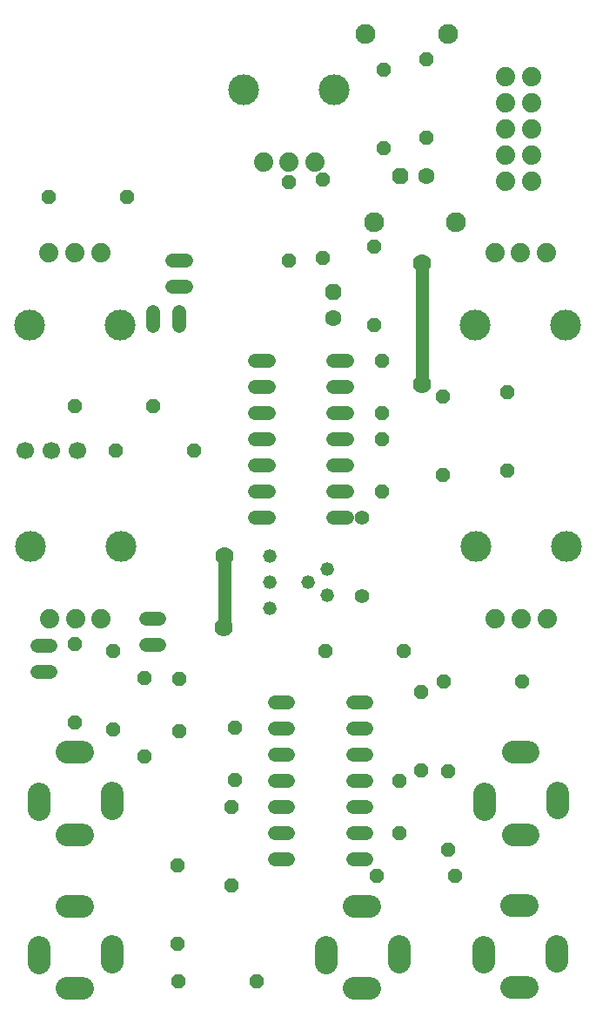
<source format=gbr>
G04 EAGLE Gerber RS-274X export*
G75*
%MOMM*%
%FSLAX34Y34*%
%LPD*%
%INTop Copper*%
%IPPOS*%
%AMOC8*
5,1,8,0,0,1.08239X$1,22.5*%
G01*
G04 Define Apertures*
%ADD10P,1.42962X8X292.5*%
%ADD11C,1.408000*%
%ADD12C,1.320800*%
%ADD13C,1.879600*%
%ADD14C,1.320800*%
%ADD15P,1.42962X8X112.5*%
%ADD16P,1.42962X8X22.5*%
%ADD17P,1.42962X8X202.5*%
%ADD18C,1.700000*%
%ADD19C,3.000000*%
%ADD20P,1.73204X8X112.5*%
%ADD21C,1.600200*%
%ADD22P,1.73204X8X202.5*%
%ADD23C,1.930400*%
%ADD24C,2.200000*%
%ADD25C,1.778000*%
%ADD26C,1.270000*%
D10*
X400812Y574802D03*
X400812Y524002D03*
X257556Y294712D03*
X257556Y243912D03*
D11*
X381000Y498602D03*
X381000Y422402D03*
D12*
X385566Y167132D02*
X372358Y167132D01*
X372358Y192532D02*
X385566Y192532D01*
X385566Y319532D02*
X372358Y319532D01*
X309366Y319532D02*
X296158Y319532D01*
X372358Y217932D02*
X385566Y217932D01*
X385566Y243332D02*
X372358Y243332D01*
X372358Y294132D02*
X385566Y294132D01*
X385566Y268732D02*
X372358Y268732D01*
X309366Y294132D02*
X296158Y294132D01*
X296158Y268732D02*
X309366Y268732D01*
X309366Y243332D02*
X296158Y243332D01*
X296158Y217932D02*
X309366Y217932D01*
X309366Y192532D02*
X296158Y192532D01*
X296158Y167132D02*
X309366Y167132D01*
X290062Y650748D02*
X276854Y650748D01*
X276854Y625348D02*
X290062Y625348D01*
X290062Y498348D02*
X276854Y498348D01*
X353054Y498348D02*
X366262Y498348D01*
X290062Y599948D02*
X276854Y599948D01*
X276854Y574548D02*
X290062Y574548D01*
X290062Y523748D02*
X276854Y523748D01*
X276854Y549148D02*
X290062Y549148D01*
X353054Y523748D02*
X366262Y523748D01*
X366262Y549148D02*
X353054Y549148D01*
X353054Y574548D02*
X366262Y574548D01*
X366262Y599948D02*
X353054Y599948D01*
X353054Y625348D02*
X366262Y625348D01*
X366262Y650748D02*
X353054Y650748D01*
D13*
X546100Y927100D03*
X520700Y927100D03*
X546100Y901700D03*
X520700Y901700D03*
X546100Y876300D03*
X520700Y876300D03*
X546100Y850900D03*
X520700Y850900D03*
X546100Y825500D03*
X520700Y825500D03*
D14*
X291084Y410210D03*
X291084Y435610D03*
X291084Y461010D03*
X347218Y448818D03*
X328168Y436118D03*
X347218Y423418D03*
D10*
X402082Y933450D03*
X402082Y857250D03*
D15*
X254000Y141732D03*
X254000Y217932D03*
D10*
X169672Y342646D03*
X169672Y266446D03*
X201748Y161033D03*
X201748Y84833D03*
D16*
X202438Y48514D03*
X278638Y48514D03*
D15*
X521970Y544576D03*
X521970Y620776D03*
X465072Y176278D03*
X465072Y252478D03*
D16*
X460248Y339790D03*
X536448Y339790D03*
D10*
X459740Y616458D03*
X459740Y540258D03*
X438404Y329184D03*
X438404Y252984D03*
D16*
X395478Y150876D03*
X471678Y150876D03*
D15*
X342900Y751332D03*
X342900Y827532D03*
D17*
X152400Y810260D03*
X76200Y810260D03*
D10*
X310134Y824992D03*
X310134Y748792D03*
D16*
X101600Y607314D03*
X177800Y607314D03*
D15*
X138938Y292608D03*
X138938Y368808D03*
X101600Y299974D03*
X101600Y376174D03*
D16*
X141738Y563626D03*
X217938Y563626D03*
D18*
X104394Y564134D03*
X78994Y564134D03*
X53594Y564134D03*
D16*
X345186Y368808D03*
X421386Y368808D03*
D13*
X285134Y844400D03*
X310134Y844400D03*
X335134Y844400D03*
D19*
X266134Y914400D03*
X354134Y914400D03*
D13*
X126600Y755800D03*
X101600Y755800D03*
X76600Y755800D03*
D19*
X145600Y685800D03*
X57600Y685800D03*
D13*
X77108Y400662D03*
X102108Y400662D03*
X127108Y400662D03*
D19*
X58108Y470662D03*
X146108Y470662D03*
D13*
X560178Y755800D03*
X535178Y755800D03*
X510178Y755800D03*
D19*
X579178Y685800D03*
X491178Y685800D03*
D13*
X510940Y400408D03*
X535940Y400408D03*
X560940Y400408D03*
D19*
X491940Y470408D03*
X579940Y470408D03*
D12*
X209804Y748792D02*
X196596Y748792D01*
X196596Y723392D02*
X209804Y723392D01*
X178054Y698246D02*
X178054Y685038D01*
X203454Y685038D02*
X203454Y698246D01*
X183896Y375412D02*
X170688Y375412D01*
X170688Y400812D02*
X183896Y400812D01*
X78232Y348996D02*
X65024Y348996D01*
X65024Y374396D02*
X78232Y374396D01*
D20*
X353060Y717804D03*
D21*
X353060Y692404D03*
D22*
X418084Y830834D03*
D21*
X443484Y830834D03*
D10*
X417068Y242570D03*
X417068Y191770D03*
X203200Y341630D03*
X203200Y290830D03*
X400304Y650748D03*
X400304Y599948D03*
D23*
X464688Y968502D03*
X384688Y968502D03*
X392726Y786040D03*
X472726Y786040D03*
D24*
X137600Y81940D02*
X137600Y66940D01*
X109100Y41440D02*
X94100Y41440D01*
X66600Y65940D02*
X66600Y80940D01*
X94100Y121440D02*
X109100Y121440D01*
X137600Y216100D02*
X137600Y231100D01*
X109100Y190600D02*
X94100Y190600D01*
X66600Y215100D02*
X66600Y230100D01*
X94100Y270600D02*
X109100Y270600D01*
X571432Y231354D02*
X571432Y216354D01*
X542932Y190854D02*
X527932Y190854D01*
X500432Y215354D02*
X500432Y230354D01*
X527932Y270854D02*
X542932Y270854D01*
X417000Y81940D02*
X417000Y66940D01*
X388500Y41440D02*
X373500Y41440D01*
X346000Y65940D02*
X346000Y80940D01*
X373500Y121440D02*
X388500Y121440D01*
X570416Y82448D02*
X570416Y67448D01*
X541916Y41948D02*
X526916Y41948D01*
X499416Y66448D02*
X499416Y81448D01*
X526916Y121948D02*
X541916Y121948D01*
D10*
X443738Y944118D03*
X443738Y867918D03*
X392684Y762254D03*
X392684Y686054D03*
D25*
X439166Y627888D03*
X439420Y745998D03*
D26*
X439462Y745956D01*
X439462Y628184D01*
X439166Y627888D01*
D25*
X247142Y461010D03*
D26*
X247142Y392938D01*
X246380Y392176D01*
D25*
X246380Y392176D03*
M02*

</source>
